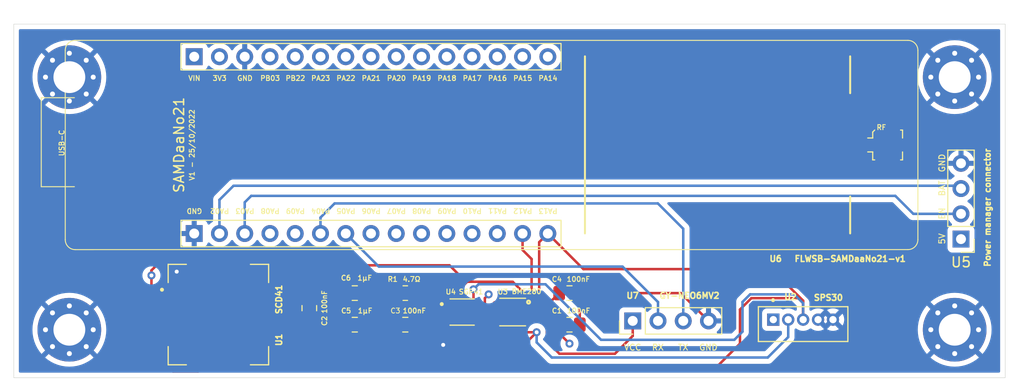
<source format=kicad_pcb>
(kicad_pcb (version 20211014) (generator pcbnew)
  (layers (0 "F.Cu" signal) (1 "In1.Cu" power "5V.Cu") (2 "In2.Cu" power "3V3.Cu") (31 "B.Cu" signal) (34 "B.Paste" user) (35 "F.Paste" user) (36 "B.SilkS" user "B.Silkscreen") (37 "F.SilkS" user "F.Silkscreen") (38 "B.Mask" user) (39 "F.Mask" user) (44 "Edge.Cuts" user))
  (net 0 "")
  (net 1 "+5V")
  (net 2 "GND")
  (net 3 "+3V3")
  (net 4 "SDA")
  (net 5 "SCL")
  (net 6 "BAT")
  (net 7 "EN")
  (net 10 "S0RX")
  (net 11 "S0TX")
  (net 44 "Net-(U4-Pad1)")
  (footprint "Resistor_SMD:R_0805_2012Metric_Pad1.20x1.40mm_HandSolder" (layer "F.Cu") (at 148.59 99.441)
    (fp_text reference "R1" (at -1.27 -1.397) (layer "F.SilkS") (effects (font (size 0.5 0.5) (thickness 0.1))))
    (fp_text value "4.7Ω" (at 0.635 -1.397) (layer "F.SilkS") (effects (font (size 0.5 0.5) (thickness 0.1))))
    (fp_line (start -0.227064 0.735) (end 0.227064 0.735) (layer "F.SilkS") (width 0.12))
    (fp_line (start -0.227064 -0.735) (end 0.227064 -0.735) (layer "F.SilkS") (width 0.12))
    (pad "1" smd roundrect (at -1 0) (size 1.2 1.4) (layers "F.Cu" "F.Paste" "F.Mask") (roundrect_rratio 0.2083333333) (net 3 "+3V3"))
    (pad "2" smd roundrect (at 1 0) (size 1.2 1.4) (layers "F.Cu" "F.Paste" "F.Mask") (roundrect_rratio 0.2083333333) (net 44 "Net-(U4-Pad1)"))
  )
  (footprint "Connector_PinHeader_2.54mm:PinHeader_1x04_P2.54mm_Vertical" (layer "F.Cu") (at 171.46 102.235 90)
    (fp_text reference "U7" (at 2.54 -0.01) (layer "F.SilkS") (effects (font (size 0.6 0.6))))
    (fp_text value "GY-NEO6MV2" (at 2.54 5.705) (layer "F.SilkS") (effects (font (size 0.6 0.6))))
    (fp_line (start -1.33 8.95) (end 1.33 8.95) (layer "F.SilkS") (width 0.12))
    (fp_line (start -1.33 0) (end -1.33 -1.33) (layer "F.SilkS") (width 0.12))
    (fp_line (start -1.33 -1.33) (end 0 -1.33) (layer "F.SilkS") (width 0.12))
    (fp_line (start -1.33 1.27) (end 1.33 1.27) (layer "F.SilkS") (width 0.12))
    (fp_line (start 1.33 1.27) (end 1.33 8.95) (layer "F.SilkS") (width 0.12))
    (fp_line (start -1.33 1.27) (end -1.33 8.95) (layer "F.SilkS") (width 0.12))
    (pad "1" thru_hole rect (at 0 0 90) (size 1.7 1.7) (drill 1) (layers *.Cu *.Mask) (net 3 "+3V3"))
    (pad "2" thru_hole oval (at 0 2.54 90) (size 1.7 1.7) (drill 1) (layers *.Cu *.Mask) (net 11 "S0TX"))
    (pad "3" thru_hole oval (at 0 5.08 90) (size 1.7 1.7) (drill 1) (layers *.Cu *.Mask) (net 10 "S0RX"))
    (pad "4" thru_hole oval (at 0 7.62 90) (size 1.7 1.7) (drill 1) (layers *.Cu *.Mask) (net 2 "GND"))
  )
  (footprint "Library:SCD41" (layer "F.Cu") (at 129.794 101.6)
    (fp_text reference "U1" (at 6.096 2.54 90) (layer "F.SilkS") (effects (font (size 0.6 0.6))))
    (fp_text value "SCD41" (at 6.096 -1.524 90) (layer "F.SilkS") (effects (font (size 0.6 0.6))))
    (fp_line (start 5.05 5.05) (end 5.05 3.22) (layer "F.SilkS") (width 0.127))
    (fp_line (start 3.22 -5.05) (end 5.05 -5.05) (layer "F.SilkS") (width 0.127))
    (fp_line (start -3.22 5.05) (end -5.05 5.05) (layer "F.SilkS") (width 0.127))
    (fp_line (start 5.05 -5.05) (end 5.05 -3.22) (layer "F.SilkS") (width 0.127))
    (fp_line (start -5.05 -5.05) (end -3.22 -5.05) (layer "F.SilkS") (width 0.127))
    (fp_line (start -5.05 -5.05) (end -5.05 -3.22) (layer "F.SilkS") (width 0.127))
    (fp_line (start 5.05 5.05) (end 3.22 5.05) (layer "F.SilkS") (width 0.127))
    (fp_line (start -5.05 5.05) (end -5.05 3.22) (layer "F.SilkS") (width 0.127))
    (fp_circle (center -5.673 -2.5) (end -5.573 -2.5) (layer "F.SilkS") (width 0.2) (fill none))
    (pad "1" smd custom (at -4 -2.5) (size 0.5 0.5) (layers "F.Cu") (options (clearance outline) (anchor rect)) (primitives (gr_poly (pts (xy 0.75 0.4) (xy -0.75 0.4) (xy -0.75 -0.4) (xy 0.5 -0.4) (xy 0.75 -0.15)) (width 0.01) (fill yes))))
    (pad "2" smd rect (at -4 -1.25) (size 1.5 0.8) (layers "F.Cu"))
    (pad "3" smd rect (at -4 0) (size 1.5 0.8) (layers "F.Cu"))
    (pad "4" smd rect (at -4 1.25) (size 1.5 0.8) (layers "F.Cu"))
    (pad "5" smd rect (at -4 2.5) (size 1.5 0.8) (layers "F.Cu"))
    (pad "6" smd rect (at -2.5 4) (size 0.8 1.5) (layers "F.Cu") (net 2 "GND"))
    (pad "7" smd rect (at -1.25 4) (size 0.8 1.5) (layers "F.Cu") (net 3 "+3V3"))
    (pad "8" smd rect (at 0 4) (size 0.8 1.5) (layers "F.Cu"))
    (pad "9" smd rect (at 1.25 4) (size 0.8 1.5) (layers "F.Cu") (net 5 "SCL"))
    (pad "10" smd rect (at 2.5 4) (size 0.8 1.5) (layers "F.Cu") (net 4 "SDA"))
    (pad "11" smd rect (at 4 2.5) (size 1.5 0.8) (layers "F.Cu"))
    (pad "12" smd rect (at 4 1.25) (size 1.5 0.8) (layers "F.Cu"))
    (pad "13" smd rect (at 4 0) (size 1.5 0.8) (layers "F.Cu"))
    (pad "14" smd rect (at 4 -1.25) (size 1.5 0.8) (layers "F.Cu"))
    (pad "15" smd rect (at 4 -2.5) (size 1.5 0.8) (layers "F.Cu"))
    (pad "16" smd rect (at 2.5 -4) (size 0.8 1.5) (layers "F.Cu"))
    (pad "17" smd rect (at 1.25 -4) (size 0.8 1.5) (layers "F.Cu"))
    (pad "18" smd rect (at 0 -4) (size 0.8 1.5) (layers "F.Cu"))
    (pad "19" smd rect (at -1.25 -4) (size 0.8 1.5) (layers "F.Cu") (net 3 "+3V3"))
    (pad "20" smd rect (at -2.5 -4) (size 0.8 1.5) (layers "F.Cu") (net 2 "GND"))
    (pad "21" smd rect (at 0 0) (size 4.8 4.8) (layers "F.Cu") (net 2 "GND"))
  )
  (footprint "MountingHole:MountingHole_3.2mm_M3_Pad_Via" (layer "F.Cu") (at 114.808 77.724)
    (fp_text reference "H2")
    (fp_text value "MountingHole_Pad")
    (pad "1" thru_hole circle (at -2.4 0) (size 0.8 0.8) (drill 0.5) (layers *.Cu *.Mask) (net 2 "GND"))
    (pad "1" thru_hole circle (at 0 -2.4) (size 0.8 0.8) (drill 0.5) (layers *.Cu *.Mask) (net 2 "GND"))
    (pad "1" thru_hole circle (at -1.697056 -1.697056) (size 0.8 0.8) (drill 0.5) (layers *.Cu *.Mask) (net 2 "GND"))
    (pad "1" thru_hole circle (at 2.4 0) (size 0.8 0.8) (drill 0.5) (layers *.Cu *.Mask) (net 2 "GND"))
    (pad "1" thru_hole circle (at 1.697056 -1.697056) (size 0.8 0.8) (drill 0.5) (layers *.Cu *.Mask) (net 2 "GND"))
    (pad "1" thru_hole circle (at -1.697056 1.697056) (size 0.8 0.8) (drill 0.5) (layers *.Cu *.Mask) (net 2 "GND"))
    (pad "1" thru_hole circle (at 1.697056 1.697056) (size 0.8 0.8) (drill 0.5) (layers *.Cu *.Mask) (net 2 "GND"))
    (pad "1" thru_hole circle (at 0 2.4) (size 0.8 0.8) (drill 0.5) (layers *.Cu *.Mask) (net 2 "GND"))
    (pad "1" thru_hole circle (at 0 0) (size 6.4 6.4) (drill 3.2) (layers *.Cu *.Mask) (net 2 "GND"))
  )
  (footprint "Capacitor_SMD:C_0805_2012Metric_Pad1.18x1.45mm_HandSolder" (layer "F.Cu") (at 143.51 99.441)
    (fp_text reference "C6" (at -0.889 -1.524) (layer "F.SilkS") (effects (font (size 0.5 0.5) (thickness 0.1))))
    (fp_text value "1µF" (at 1 -1.524) (layer "F.SilkS") (effects (font (size 0.5 0.5) (thickness 0.1))))
    (fp_line (start -0.261252 -0.735) (end 0.261252 -0.735) (layer "F.SilkS") (width 0.12))
    (fp_line (start -0.261252 0.735) (end 0.261252 0.735) (layer "F.SilkS") (width 0.12))
    (pad "1" smd roundrect (at -1.0375 0) (size 1.175 1.45) (layers "F.Cu" "F.Paste" "F.Mask") (roundrect_rratio 0.2127659574) (net 44 "Net-(U4-Pad1)"))
    (pad "2" smd roundrect (at 1.0375 0) (size 1.175 1.45) (layers "F.Cu" "F.Paste" "F.Mask") (roundrect_rratio 0.2127659574) (net 2 "GND"))
  )
  (footprint "Capacitor_SMD:C_0805_2012Metric_Pad1.18x1.45mm_HandSolder" (layer "F.Cu") (at 143.51 102.616)
    (fp_text reference "C5" (at -0.8675 -1.397) (layer "F.SilkS") (effects (font (size 0.5 0.5) (thickness 0.1))))
    (fp_text value "1µF" (at 1.0375 -1.397) (layer "F.SilkS") (effects (font (size 0.5 0.5) (thickness 0.1))))
    (fp_line (start -0.261252 0.735) (end 0.261252 0.735) (layer "F.SilkS") (width 0.12))
    (fp_line (start -0.261252 -0.735) (end 0.261252 -0.735) (layer "F.SilkS") (width 0.12))
    (pad "1" smd roundrect (at -1.0375 0) (size 1.175 1.45) (layers "F.Cu" "F.Paste" "F.Mask") (roundrect_rratio 0.2127659574) (net 3 "+3V3"))
    (pad "2" smd roundrect (at 1.0375 0) (size 1.175 1.45) (layers "F.Cu" "F.Paste" "F.Mask") (roundrect_rratio 0.2127659574) (net 2 "GND"))
  )
  (footprint "Library:SGP41" (layer "F.Cu") (at 154.305 101.346)
    (fp_text reference "U4" (at -1.143 -2.032) (layer "F.SilkS") (effects (font (size 0.5 0.5) (thickness 0.1))))
    (fp_text value "SGP41" (at 0.889 -2.032) (layer "F.SilkS") (effects (font (size 0.5 0.5) (thickness 0.1))))
    (fp_line (start -1.22 -1.32) (end 1.22 -1.32) (layer "F.SilkS") (width 0.127))
    (fp_line (start 1.22 1.32) (end -1.22 1.32) (layer "F.SilkS") (width 0.127))
    (fp_circle (center -2.05 -0.8) (end -1.95 -0.8) (layer "F.SilkS") (width 0.2) (fill none))
    (pad "1" smd rect (at -1.15 -0.8) (size 0.55 0.4) (layers "F.Cu" "F.Paste" "F.Mask") (net 44 "Net-(U4-Pad1)"))
    (pad "2" smd rect (at -1.15 0) (size 0.55 0.4) (layers "F.Cu" "F.Paste" "F.Mask") (net 2 "GND"))
    (pad "3" smd rect (at -1.15 0.8) (size 0.55 0.4) (layers "F.Cu" "F.Paste" "F.Mask") (net 4 "SDA"))
    (pad "4" smd rect (at 1.15 0.8) (size 0.55 0.4) (layers "F.Cu" "F.Paste" "F.Mask") (net 2 "GND"))
    (pad "5" smd rect (at 1.15 0) (size 0.55 0.4) (layers "F.Cu" "F.Paste" "F.Mask") (net 3 "+3V3"))
    (pad "6" smd rect (at 1.15 -0.8) (size 0.55 0.4) (layers "F.Cu" "F.Paste" "F.Mask") (net 5 "SCL"))
    (pad "7" smd custom (at 0 0) (size 0.5 0.5) (layers "F.Cu") (net 2 "GND") (options (clearance outline) (anchor rect)) (primitives (gr_poly (pts (xy -0.325 -0.85) (xy 0.625 -0.85) (xy 0.625 0.85) (xy -0.625 0.85) (xy -0.625 -0.55)) (width 0.01) (fill yes))))
  )
  (footprint "MountingHole:MountingHole_3.2mm_M3_Pad_Via" (layer "F.Cu") (at 203.835 103.124)
    (fp_text reference "H4")
    (fp_text value "MountingHole_Pad")
    (pad "1" thru_hole circle (at 2.4 0) (size 0.8 0.8) (drill 0.5) (layers *.Cu *.Mask) (net 2 "GND"))
    (pad "1" thru_hole circle (at -1.697056 -1.697056) (size 0.8 0.8) (drill 0.5) (layers *.Cu *.Mask) (net 2 "GND"))
    (pad "1" thru_hole circle (at -1.697056 1.697056) (size 0.8 0.8) (drill 0.5) (layers *.Cu *.Mask) (net 2 "GND"))
    (pad "1" thru_hole circle (at 0 -2.4) (size 0.8 0.8) (drill 0.5) (layers *.Cu *.Mask) (net 2 "GND"))
    (pad "1" thru_hole circle (at 0 0) (size 6.4 6.4) (drill 3.2) (layers *.Cu *.Mask) (net 2 "GND"))
    (pad "1" thru_hole circle (at 1.697056 -1.697056) (size 0.8 0.8) (drill 0.5) (layers *.Cu *.Mask) (net 2 "GND"))
    (pad "1" thru_hole circle (at -2.4 0) (size 0.8 0.8) (drill 0.5) (layers *.Cu *.Mask) (net 2 "GND"))
    (pad "1" thru_hole circle (at 0 2.4) (size 0.8 0.8) (drill 0.5) (layers *.Cu *.Mask) (net 2 "GND"))
    (pad "1" thru_hole circle (at 1.697056 1.697056) (size 0.8 0.8) (drill 0.5) (layers *.Cu *.Mask) (net 2 "GND"))
  )
  (footprint "Connector_PinHeader_2.54mm:PinHeader_1x04_P2.54mm_Vertical" (layer "F.Cu") (at 204.47 94.01 180)
    (fp_text reference "U5" (at 0 -2.33) (layer "F.SilkS"))
    (fp_text value "Power manager connector" (at -2.667 3.165 90) (layer "F.SilkS") (effects (font (size 0.6 0.6))))
    (fp_line (start -1.33 0) (end -1.33 -1.33) (layer "F.SilkS") (width 0.12))
    (fp_line (start -1.33 -1.33) (end 0 -1.33) (layer "F.SilkS") (width 0.12))
    (fp_line (start -1.33 1.27) (end 1.33 1.27) (layer "F.SilkS") (width 0.12))
    (fp_line (start 1.33 1.27) (end 1.33 8.95) (layer "F.SilkS") (width 0.12))
    (fp_line (start -1.33 1.27) (end -1.33 8.95) (layer "F.SilkS") (width 0.12))
    (fp_line (start -1.33 8.95) (end 1.33 8.95) (layer "F.SilkS") (width 0.12))
    (pad "1" thru_hole rect (at 0 0 180) (size 1.7 1.7) (drill 1) (layers *.Cu *.Mask) (net 1 "+5V"))
    (pad "2" thru_hole oval (at 0 2.54 180) (size 1.7 1.7) (drill 1) (layers *.Cu *.Mask) (net 7 "EN"))
    (pad "3" thru_hole oval (at 0 5.08 180) (size 1.7 1.7) (drill 1) (layers *.Cu *.Mask) (net 6 "BAT"))
    (pad "4" thru_hole oval (at 0 7.62 180) (size 1.7 1.7) (drill 1) (layers *.Cu *.Mask) (net 2 "GND"))
  )
  (footprint "FLWSB:FLWSB-SAMDaaNo21-v1" (layer "F.Cu") (at 157.224428 70.2165)
    (fp_text reference "U6" (at 28.607107 25.772893 unlocked) (layer "F.SilkS") (effects (font (size 0.6 0.6))))
    (fp_text value "FLWSB-SAMDaaNo21-v1" (at 36.100107 25.772893 unlocked) (layer "F.SilkS") (effects (font (size 0.6 0.6))))
    (fp_text user "PA17" (at -1.905 7.62 unlocked) (layer "F.SilkS") (effects (font (size 0.5 0.5) (thickness 0.1))))
    (fp_text user "USB-C" (at -43.18 14.129 90 unlocked) (layer "F.SilkS") (effects (font (size 0.5 0.5) (thickness 0.1))))
    (fp_text user "RF" (at 39.235986 12.562763 unlocked) (layer "F.SilkS") (effects (font (size 0.5 0.5) (thickness 0.1))))
    (fp_text user "PA14" (at 5.715 7.62 unlocked) (layer "F.SilkS") (effects (font (size 0.5 0.5) (thickness 0.1))))
    (fp_text user "PA04" (at -17.145 20.955 180 unlocked) (layer "F.SilkS") (effects (font (size 0.5 0.5) (thickness 0.1))))
    (fp_text user "GND" (at -29.845 20.955 180 unlocked) (layer "F.SilkS") (effects (font (size 0.5 0.5) (thickness 0.1))))
    (fp_text user "PA02" (at -27.305 20.955 180 unlocked) (layer "F.SilkS") (effects (font (size 0.5 0.5) (thickness 0.1))))
    (fp_text user "PB03" (at -22.225 7.62 unlocked) (layer "F.SilkS") (effects (font (size 0.5 0.5) (thickness 0.1))))
    (fp_text user "PA09" (at -4.445 20.955 180 unlocked) (layer "F.SilkS") (effects (font (size 0.5 0.5) (thickness 0.1))))
    (fp_text user "PA16" (at 0.635 7.62 unlocked) (layer "F.SilkS") (effects (font (size 0.5 0.5) (thickness 0.1))))
    (fp_text user "PA06" (at -12.065 20.955 180 unlocked) (layer "F.SilkS") (effects (font (size 0.5 0.5) (thickness 0.1))))
    (fp_text user "PA15" (at 3.175 7.62 unlocked) (layer "F.SilkS") (effects (font (size 0.5 0.5) (thickness 0.1))))
    (fp_text user "V1 - 25/10/2022" (at -30.082893 14.327893 90) (layer "F.SilkS") (effects (font (size 0.5 0.5) (thickness 0.1))))
    (fp_text user "3V3" (at -27.305 7.62 unlocked) (layer "F.SilkS") (effects (font (size 0.5 0.5) (thickness 0.1))))
    (fp_text user "PA07" (at -9.525 20.955 180 unlocked) (layer "F.SilkS") (effects (font (size 0.5 0.5) (thickness 0.1))))
    (fp_text user "VIN" (at -29.845 7.62 unlocked) (layer "F.SilkS") (effects (font (size 0.5 0.5) (thickness 0.1))))
    (fp_text user "PA12" (at 3.175 20.955 180 unlocked) (layer "F.SilkS") (effects (font (size 0.5 0.5) (thickness 0.1))))
    (fp_text user "PA08" (at -22.225 20.955 180 unlocked) (layer "F.SilkS") (effects (font (size 0.5 0.5) (thickness 0.1))))
    (fp_text user "PA05" (at -14.605 20.955 180 unlocked) (layer "F.SilkS") (effects (font (size 0.5 0.5) (thickness 0.1))))
    (fp_text user "PA18" (at -4.445 7.62 unlocked) (layer "F.SilkS") (effects (font (size 0.5 0.5) (thickness 0.1))))
    (fp_text user "PA11" (at 0.635 20.955 180 unlocked) (layer "F.SilkS") (effects (font (size 0.5 0.5) (thickness 0.1))))
    (fp_text user "PA20" (at -9.525 7.62 unlocked) (layer "F.SilkS") (effects (font (size 0.5 0.5) (thickness 0.1))))
    (fp_text user "PA19" (at -6.985 7.62 unlocked) (layer "F.SilkS") (effects (font (size 0.5 0.5) (thickness 0.1))))
    (fp_text user "PA13" (at 5.715 20.955 180 unlocked) (layer "F.SilkS") (effects (font (size 0.5 0.5) (thickness 0.1))))
    (fp_text user "PB22" (at -19.685 7.62 unlocked) (layer "F.SilkS") (effects (font (size 0.5 0.5) (thickness 0.1))))
    (fp_text user "PA10" (at -1.905 20.955 180 unlocked) (layer "F.SilkS") (effects (font (size 0.5 0.5) (thickness 0.1))))
    (fp_text user "PA21" (at -12.065 7.62 unlocked) (layer "F.SilkS") (effects (font (size 0.5 0.5) (thickness 0.1))))
    (fp_text user "PA03" (at -24.765 20.955 180 unlocked) (layer "F.SilkS") (effects (font (size 0.5 0.5) (thickness 0.1))))
    (fp_text user "SAMDaaNo21" (at -31.386893 14.327893 90) (layer "F.SilkS"))
    (fp_text user "GND" (at -24.765 7.62 unlocked) (layer "F.SilkS") (effects (font (size 0.5 0.5) (thickness 0.1))))
    (fp_text user "PA09" (at -19.685 20.955 180 unlocked) (layer "F.SilkS") (effects (font (size 0.5 0.5) (thickness 0.1))))
    (fp_text user "PA23" (at -17.145 7.62 unlocked) (layer "F.SilkS") (effects (font (size 0.5 0.5) (thickness 0.1))))
    (fp_text user "PA08" (at -6.985 20.955 180 unlocked) (layer "F.SilkS") (effects (font (size 0.5 0.5) (thickness 0.1))))
    (fp_text user "PA22" (at -14.605 7.62 unlocked) (layer "F.SilkS") (effects (font (size 0.5 0.5) (thickness 0.1))))
    (fp_line (start 38.366418 13.627893) (end 37.866418 13.627893) (layer "F.SilkS") (width 0.12))
    (fp_line (start -31.192893 6.782893) (end -31.192893 5.452893) (layer "F.SilkS") (width 0.12))
    (fp_line (start 41.909685 24.848929) (end -41.827803 24.8512) (layer "F.SilkS") (width 0.1))
    (fp_line (start 38.366418 15.027893) (end 37.866418 15.027893) (layer "F.SilkS") (width 0.12))
    (fp_line (start 42.91 4.81) (end 42.909685 23.848929) (layer "F.SilkS") (width 0.1))
    (fp_line (start -42.827803 23.8512) (end -42.828806 4.81) (layer "F.SilkS") (width 0.1))
    (fp_line (start 41.366418 15.827893) (end 41.166418 15.827893) (layer "F.SilkS") (width 0.12))
    (fp_line (start 9.430107 5.417893) (end 9.430107 23.217893) (layer "F.SilkS") (width 0.2))
    (fp_line (start 36.100107 5.417893) (end 36.100107 9.117893) (layer "F.SilkS") (width 0.2))
    (fp_line (start 38.566418 15.827893) (end 38.366418 15.827893) (layer "F.SilkS") (width 0.12))
    (fp_line (start 38.366418 15.827893) (end 38.366418 15.027893) (layer "F.SilkS") (width 0.12))
    (fp_line (start -31.192893 24.562893) (end -31.192893 23.232893) (layer "F.SilkS") (width 0.12))
    (fp_line (start 41.366418 12.827893) (end 41.366418 13.627893) (layer "F.SilkS") (width 0.12))
    (fp_line (start -41.91 18.523893) (end -45.241975 18.523893) (layer "F.SilkS") (width 0.1))
    (fp_line (start 41.166418 12.827893) (end 41.366418 12.827893) (layer "F.SilkS") (width 0.12))
    (fp_line (start 41.366418 15.027893) (end 41.366418 15.827893) (layer "F.SilkS") (width 0.12))
    (fp_line (start -45.241975 9.573893) (end -41.91 9.573893) (layer "F.SilkS") (width 0.1))
    (fp_line (start 38.366418 13.627893) (end 38.366418 13.027893) (layer "F.SilkS") (width 0.12))
    (fp_line (start -41.828806 3.81) (end 41.91 3.81) (layer "F.SilkS") (width 0.1))
    (fp_line (start 36.100107 19.517893) (end 36.100107 23.217893) (layer "F.SilkS") (width 0.2))
    (fp_line (start -45.241975 18.523893) (end -45.241975 9.573893) (layer "F.SilkS") (width 0.1))
    (fp_line (start 38.366418 13.027893) (end 38.566418 12.827893) (layer "F.SilkS") (width 0.12))
    (fp_rect (start -31.192893 21.902893) (end 7.027107 24.562893) (layer "F.SilkS") (width 0.12) (fill none))
    (fp_rect (start -31.192893 4.122893) (end 7.027107 6.782893) (layer "F.SilkS") (width 0.12) (fill none))
    (fp_arc (start -42.828806 4.81) (mid -42.535913 4.102893) (end -41.828806 3.81) (layer "F.SilkS") (width 0.1))
    (fp_arc (start 41.91 3.81) (mid 42.617107 4.102893) (end 42.91 4.81) (layer "F.SilkS") (width 0.1))
    (fp_arc (start -41.827803 24.8512) (mid -42.53491 24.558307) (end -42.827803 23.8512) (layer "F.SilkS") (width 0.1))
    (fp_arc (start 42.909685 23.848929) (mid 42.616781 24.556012) (end 41.909685 24.848929) (layer "F.SilkS") (width 0.1))
    (pad "1" thru_hole rect (at -29.862893 23.232893 90) (size 1.7 1.7) (drill 1) (layers *.Cu *.Mask) (net 2 "GND"))
    (pad "2" thru_hole oval (at -27.322893 23.232893 90) (size 1.7 1.7) (drill 1) (layers *.Cu *.Mask) (net 6 "BAT"))
    (pad "3" thru_hole oval (at -24.782893 23.232893 90) (size 1.7 1.7) (drill 1) (layers *.Cu *.Mask) (net 7 "EN"))
    (pad "4" thru_hole oval (at -22.242893 23.232893 90) (size 1.7 1.7) (drill 1) (layers *.Cu *.Mask))
    (pad "5" thru_hole oval (at -19.702893 23.232893 90) (size 1.7 1.7) (drill 1) (layers *.Cu *.Mask))
    (pad "6" thru_hole oval (at -17.162893 23.232893 90) (size 1.7 1.7) (drill 1) (layers *.Cu *.Mask) (net 10 "S0RX"))
    (pad "7" thru_hole oval (at -14.622893 23.232893 90) (size 1.7 1.7) (drill 1) (layers *.Cu *.Mask) (net 11 "S0TX"))
    (pad "8" thru_hole oval (at -12.082893 23.232893 90) (size 1.7 1.7) (drill 1) (layers *.Cu *.Mask))
    (pad "9" thru_hole oval (at -9.542893 23.232893 90) (size 1.7 1.7) (drill 1) (layers *.Cu *.Mask))
    (pad "10" thru_hole oval (at -7.002893 23.232893 90) (size 1.7 1.7) (drill 1) (layers *.Cu *.Mask))
    (pad "11" thru_hole oval (at -4.462893 23.232893 90) (size 1.7 1.7) (drill 1) (layers *.Cu *.Mask))
    (pad "12" thru_hole oval (at -1.922893 23.232893 90) (size 1.7 1.7) (drill 1) (layers *.Cu *.Mask))
    (pad "13" thru_hole oval (at 0.617107 23.232893 90) (size 1.7 1.7) (drill 1) (layers *.Cu *.Mask))
    (pad "14" thru_hole oval (at 3.157107 23.232893 90) (size 1.7 1.7) (drill 1) (layers *.Cu *.Mask) (net 4 "SDA"))
    (pad "15" thru_hole oval (at 5.697107 23.232893 90) (size 1.7 1.7) (drill 1) (layers *.Cu *.Mask) (net 5 "SCL"))
    (pad "16" thru_hole oval (at 5.697107 5.452893 90) (size 1.7 1.7) (drill 1) (layers *.Cu *.Mask))
    (pad "17" thru_hole oval (at 3.157107 5.452893 90) (size 1.7 1.7) (drill 1) (layers *.Cu *.Mask))
    (pad "18" thru_hole oval (at 0.617107 5.452893 90) (size 1.7 1.7) (drill 1) (layers *.Cu *.Mask))
    (pad "19" thru_hole oval (at -1.922893 5.452893 90) (size 1.7 1.7) (drill 1) (layers *.Cu *.Mask))
    (pad "20" thru_hole oval (at -4.462893 5.452893 90) (size 1.7 1.7) (drill 1) (layers *.Cu *.Mask))
    (pad "21" thru_hole oval (at -7.002893 5.452893 90) (size 1.7 1.7) (drill 1) (layers *.Cu *.Mask))
    (pad "22" thru_hole oval (at -9.542893 5.452893 90) (size 1.7 1.7) (drill 1) (layers *.Cu *.Mask))
    (pad "23" thru_hole oval (at -12.082893 5.452893 90) (size 1.7 1.7) (drill 1) (layers *.Cu *.Mask))
    (pad "24" thru_hole oval (at -14.622893 5.452893 90) (size 1.7 1.7) (drill 1) (layers *.Cu *.Mask))
    (pad "25" thru_hole oval (at -17.162893 5.452893 90) (size 1.7 1.7) (drill 1) (layers *.Cu *.Mask))
    (pad "26" thru_hole oval (at -19.702893 5.452893 90) (size 1.7 1.7) (drill 1) (layers *.Cu *.Mask))
    (pad "27" thru_hole oval (at -22.242893 5.452893 90) (size 1.7 1.7) (drill 1) (layers *.Cu *.Mask))
    (pad "28" thru_hole oval (at -24.782893 5.452893 90) (size 1.7 1.7) (drill 1) (layers *.Cu *.Mask) (net 2 "GND"))
    (pad "29" thru_hole oval (at -27.322893 5.452893 90) (size 1.7 1.7) (drill 1) (layers *.Cu *.Mask) (net 3 "+3V3"))
    (pad "30" thru_hole rect (at -29.862893 5.452893 90) (size 1.7 1.7) (drill 1) (layers *.Cu *.Mask) (net 1 "+5V"))
  )
  (footprint "MountingHole:MountingHole_3.2mm_M3_Pad_Via" (layer "F.Cu") (at 203.835 77.724)
    (fp_text reference "H1")
    (fp_text value "MountingHole_Pad")
    (pad "1" thru_hole circle (at 1.697056 1.697056) (size 0.8 0.8) (drill 0.5) (layers *.Cu *.Mask) (net 2 "GND"))
    (pad "1" thru_hole circle (at 0 2.4) (size 0.8 0.8) (drill 0.5) (layers *.Cu *.Mask) (net 2 "GND"))
    (pad "1" thru_hole circle (at 1.697056 -1.697056) (size 0.8 0.8) (drill 0.5) (layers *.Cu *.Mask) (net 2 "GND"))
    (pad "1" thru_hole circle (at 0 0) (size 6.4 6.4) (drill 3.2) (layers *.Cu *.Mask) (net 2 "GND"))
    (pad "1" thru_hole circle (at 0 -2.4) (size 0.8 0.8) (drill 0.5) (layers *.Cu *.Mask) (net 2 "GND"))
    (pad "1" thru_hole circle (at 2.4 0) (size 0.8 0.8) (drill 0.5) (layers *.Cu *.Mask) (net 2 "GND"))
    (pad "1" thru_hole circle (at -1.697056 1.697056) (size 0.8 0.8) (drill 0.5) (layers *.Cu *.Mask) (net 2 "GND"))
    (pad "1" thru_hole circle (at -2.4 0) (size 0.8 0.8) (drill 0.5) (layers *.Cu *.Mask) (net 2 "GND"))
    (pad "1" thru_hole circle (at -1.697056 -1.697056) (size 0.8 0.8) (drill 0.5) (layers *.Cu *.Mask) (net 2 "GND"))
  )
  (footprint "MountingHole:MountingHole_3.2mm_M3_Pad_Via" (layer "F.Cu") (at 114.808 103.124)
    (fp_text reference "H3")
    (fp_text value "MountingHole_Pad")
    (pad "1" thru_hole circle (at 0 -2.4) (size 0.8 0.8) (drill 0.5) (layers *.Cu *.Mask) (net 2 "GND"))
    (pad "1" thru_hole circle (at 0 2.4) (size 0.8 0.8) (drill 0.5) (layers *.Cu *.Mask) (net 2 "GND"))
    (pad "1" thru_hole circle (at -2.4 0) (size 0.8 0.8) (drill 0.5) (layers *.Cu *.Mask) (net 2 "GND"))
    (pad "1" thru_hole circle (at 0 0) (size 6.4 6.4) (drill 3.2) (layers *.Cu *.Mask) (net 2 "GND"))
    (pad "1" thru_hole circle (at 1.697056 1.697056) (size 0.8 0.8) (drill 0.5) (layers *.Cu *.Mask) (net 2 "GND"))
    (pad "1" thru_hole circle (at -1.697056 1.697056) (size 0.8 0.8) (drill 0.5) (layers *.Cu *.Mask) (net 2 "GND"))
    (pad "1" thru_hole circle (at 1.697056 -1.697056) (size 0.8 0.8) (drill 0.5) (layers *.Cu *.Mask) (net 2 "GND"))
    (pad "1" thru_hole circle (at -1.697056 -1.697056) (size 0.8 0.8) (drill 0.5) (layers *.Cu *.Mask) (net 2 "GND"))
    (pad "1" thru_hole circle (at 2.4 0) (size 0.8 0.8) (drill 0.5) (layers *.Cu *.Mask) (net 2 "GND"))
  )
  (footprint "Library:BME280" (layer "F.Cu") (at 159.385 101.346)
    (fp_text reference "U3" (at -0.9945 -2.032) (layer "F.SilkS") (effects (font (size 0.5 0.5) (thickness 0.1))))
    (fp_text value "BME280" (at 1.397 -2.070237) (layer "F.SilkS") (effects (font (size 0.5 0.5) (thickness 0.1))))
    (fp_line (start -1.3 -1.385) (end 1.3 -1.385) (layer "F.SilkS") (width 0.127))
    (fp_line (start -1.3 1.385) (end 1.3 1.385) (layer "F.SilkS") (width 0.127))
    (fp_circle (center 1.6 -1) (end 1.65 -1) (layer "F.SilkS") (width 0.2) (fill none))
    (pad "1" smd roundrect (at 0.97 -0.975) (size 0.49 0.45) (layers "F.Cu" "F.Paste" "F.Mask") (roundrect_rratio 0.06) (net 2 "GND"))
    (pad "2" smd roundrect (at 0.97 -0.325) (size 0.49 0.45) (layers "F.Cu" "F.Paste" "F.Mask") (roundrect_rratio 0.06) (net 3 "+3V3"))
    (pad "3" smd roundrect (at 0.97 0.325) (size 0.49 0.45) (layers "F.Cu" "F.Paste" "F.Mask") (roundrect_rratio 0.06) (net 4 "SDA"))
    (pad "4" smd roundrect (at 0.97 0.975) (size 0.49 0.45) (layers "F.Cu" "F.Paste" "F.Mask") (roundrect_rratio 0.06) (net 5 "SCL"))
    (pad "5" smd roundrect (at -0.97 0.975) (size 0.49 0.45) (layers "F.Cu" "F.Paste" "F.Mask") (roundrect_rratio 0.06) (net 2 "GND"))
    (pad "6" smd roundrect (at -0.97 0.325) (size 0.49 0.45) (layers "F.Cu" "F.Paste" "F.Mask") (roundrect_rratio 0.06) (net 3 "+3V3"))
    (pad "7" smd roundrect (at -0.97 -0.325) (size 0.49 0.45) (layers "F.Cu" "F.Paste" "F.Mask") (roundrect_rratio 0.06) (net 2 "GND"))
    (pad "8" smd roundrect (at -0.97 -0.975) (size 0.49 0.45) (layers "F.Cu" "F.Paste" "F.Mask") (roundrect_rratio 0.06) (net 3 "+3V3"))
  )
  (footprint "Capacitor_SMD:C_0805_2012Metric_Pad1.18x1.45mm_HandSolder" (layer "F.Cu") (at 165.1 99.441 180)
    (fp_text reference "C4" (at 1.27 1.397) (layer "F.SilkS") (effects (font (size 0.5 0.5) (thickness 0.1))))
    (fp_text value "100nF" (at -0.889 1.397) (layer "F.SilkS") (effects (font (size 0.5 0.5) (thickness 0.1))))
    (fp_line (start -0.261252 -0.735) (end 0.261252 -0.735) (layer "F.SilkS") (width 0.12))
    (fp_line (start -0.261252 0.735) (end 0.261252 0.735) (layer "F.SilkS") (width 0.12))
    (pad "1" smd roundrect (at -1.0375 0 180) (size 1.175 1.45) (layers "F.Cu" "F.Paste" "F.Mask") (roundrect_rratio 0.2127659574) (net 2 "GND"))
    (pad "2" smd roundrect (at 1.0375 0 180) (size 1.175 1.45) (layers "F.Cu" "F.Paste" "F.Mask") (roundrect_rratio 0.2127659574) (net 3 "+3V3"))
  )
  (footprint "Capacitor_SMD:C_0805_2012Metric_Pad1.18x1.45mm_HandSolder" (layer "F.Cu") (at 138.938 100.9535 -90)
    (fp_text reference "C2" (at 1.2815 -1.524 90) (layer "F.SilkS") (effects (font (size 0.5 0.5) (thickness 0.1))))
    (fp_text value "100nF" (at -0.6235 -1.524 90) (layer "F.SilkS") (effects (font (size 0.5 0.5) (thickness 0.1))))
    (fp_line (start -0.261252 0.735) (end 0.261252 0.735) (layer "F.SilkS") (width 0.12))
    (fp_line (start -0.261252 -0.735) (end 0.261252 -0.735) (layer "F.SilkS") (width 0.12))
    (pad "1" smd roundrect (at -1.0375 0 270) (size 1.175 1.45) (layers "F.Cu" "F.Paste" "F.Mask") (roundrect_rratio 0.2127659574) (net 3 "+3V3"))
    (pad "2" smd roundrect (at 1.0375 0 270) (size 1.175 1.45) (layers "F.Cu" "F.Paste" "F.Mask") (roundrect_rratio 0.2127659574) (net 2 "GND"))
  )
  (footprint "Library:JST_B5B-ZR(LF)(SN)" (layer "F.Cu") (at 185.595 102.108 180)
    (fp_text reference "U2" (at -1.73 2.286) (layer "F.SilkS") (effects (font (size 0.6 0.6))))
    (fp_text value "SPS30" (at -5.54 2.2065) (layer "F.SilkS") (effects (font (size 0.6 0.6))))
    (fp_line (start 1.5 1.3) (end 1.5 -2.2) (layer "F.SilkS") (width 0.127))
    (fp_line (start 1.5 -2.2) (end -7.5 -2.2) (layer "F.SilkS") (width 0.127))
    (fp_line (start 1.5 1.3) (end -7.5 1.3) (layer "F.SilkS") (width 0.127))
    (fp_line (start -7.5 -2.2) (end -7.5 1.3) (layer "F.SilkS") (width 0.127))
    (fp_circle (center 0.023 1.958) (end 0.123 1.958) (layer "F.SilkS") (width 0.2) (fill none))
    (pad "1" thru_hole rect (at 0 0 180) (size 1.238 1.238) (drill 0.73) (layers *.Cu *.Mask) (net 1 "+5V"))
    (pad "2" thru_hole circle (at -1.5 0 180) (size 1.238 1.238) (drill 0.73) (layers *.Cu *.Mask) (net 4 "SDA"))
    (pad "3" thru_hole circle (at -3 0 180) (size 1.238 1.238) (drill 0.73) (layers *.Cu *.Mask) (net 5 "SCL"))
    (pad "4" thru_hole circle (at -4.5 0 180) (size 1.238 1.238) (drill 0.73) (layers *.Cu *.Mask) (net 2 "GND"))
    (pad "5" thru_hole circle (at -6 0 180) (size 1.238 1.238) (drill 0.73) (layers *.Cu *.Mask) (net 2 "GND"))
  )
  (footprint "Capacitor_SMD:C_0805_2012Metric_Pad1.18x1.45mm_HandSolder" (layer "F.Cu") (at 148.59 102.616)
    (fp_text reference "C3")
    (fp_text value "100nF" (at 0.9105 -1.397) (layer "F.SilkS") (effects (font (size 0.5 0.5) (thickness 0.1))))
    (fp_text user "${REFERENCE}" (at -0.9945 -1.397) (layer "F.SilkS") (effects (font (size 0.5 0.5) (thickness 0.08))))
    (fp_line (start -0.261252 -0.735) (end 0.261252 -0.735) (layer "F.SilkS") (width 0.12))
    (fp_line (start -0.261252 0.735) (end 0.261252 0.735) (layer "F.SilkS") (width 0.12))
    (pad "1" smd roundrect (at -1.0375 0) (size 1.175 1.45) (layers "F.Cu" "F.Paste" "F.Mask") (roundrect_rratio 0.2127659574) (net 3 "+3V3"))
    (pad "2" smd roundrect (at 1.0375 0) (size 1.175 1.45) (layers "F.Cu" "F.Paste" "F.Mask") (roundrect_rratio 0.2127659574) (net 2 "GND"))
  )
  (footprint "Capacitor_SMD:C_0805_2012Metric_Pad1.18x1.45mm_HandSolder" (layer "F.Cu") (at 165.1 102.616)
    (fp_text reference "C1" (at -1.27 -1.397) (layer "F.SilkS") (effects (font (size 0.5 0.5) (thickness 0.1))))
    (fp_text value "100nF" (at 0.9105 -1.397) (layer "F.SilkS") (effects (font (size 0.5 0.5) (thickness 0.1))))
    (fp_line (start -0.261252 0.735) (end 0.261252 0.735) (layer "F.SilkS") (width 0.12))
    (fp_line (start -0.261252 -0.735) (end 0.261252 -0.735) (layer "F.SilkS") (width 0.12))
    (pad "1" smd roundrect (at -1.0375 0) (size 1.175 1.45) (layers "F.Cu" "F.Paste" "F.Mask") (roundrect_rratio 0.2127659574) (net 1 "+5V"))
    (pad "2" smd roundrect (at 1.0375 0) (size 1.175 1.45) (layers "F.Cu" "F.Paste" "F.Mask") (roundrect_rratio 0.2127659574) (net 2 "GND"))
  )
  (gr_rect (start 109.22 72.39) (end 208.915 107.95) (layer "Edge.Cuts") (width 0.05) (fill none))
  (gr_text "BAT" (at 202.565 88.9 90) (layer "F.SilkS") (effects (font (size 0.6 0.6) (thickness 0.1))))
  (gr_text "RX" (at 173.99 104.902) (layer "F.SilkS") (effects (font (size 0.6 0.6) (thickness 0.1))))
  (gr_text "GND" (at 179.07 104.902) (layer "F.SilkS") (effects (font (size 0.6 0.6) (thickness 0.1))))
  (gr_text "GND" (at 202.565 86.36 90) (layer "F.SilkS") (effects (font (size 0.6 0.6) (thickness 0.1))))
  (gr_text "VCC" (at 171.45 104.902) (layer "F.SilkS") (effects (font (size 0.6 0.6) (thickness 0.1))))
  (gr_text "5V" (at 202.565 93.98 90) (layer "F.SilkS") (effects (font (size 0.6 0.6) (thickness 0.1))))
  (gr_text "EN" (at 202.565 91.44 90) (layer "F.SilkS") (effects (font (size 0.6 0.6) (thickness 0.1))))
  (gr_text "TX" (at 176.53 104.902) (layer "F.SilkS") (effects (font (size 0.6 0.6) (thickness 0.1))))
  (segment (start 164.0625 103.4835) (end 165.1 104.521) (width 0.25) (layer "F.Cu") (net 1))
  (segment (start 164.0625 102.616) (end 164.0625 103.4835) (width 0.25) (layer "F.Cu") (net 1))
  (via (at 165.1 104.521) (size 0.8) (drill 0.4) (layers "F.Cu" "B.Cu") (net 1))
  (segment (start 154.305 98.806) (end 154.305 101.346) (width 0.25) (layer "F.Cu") (net 2))
  (segment (start 127.294 104.1) (end 129.794 101.6) (width 0.25) (layer "F.Cu") (net 2))
  (segment (start 143.383 100.965) (end 144.5475 102.1295) (width 0.25) (layer "F.Cu") (net 2))
  (segment (start 158.374 102.362) (end 158.415 102.321) (width 0.25) (layer "F.Cu") (net 2))
  (segment (start 154.432 101.346) (end 155.194 102.108) (width 0.25) (layer "F.Cu") (net 2))
  (segment (start 166.1375 99.441) (end 166.1375 102.616) (width 0.25) (layer "F.Cu") (net 2))
  (segment (start 155.455 102.146) (end 156.756 102.146) (width 0.25) (layer "F.Cu") (net 2))
  (segment (start 160.355 99.268) (end 159.385 98.298) (width 0.25) (layer "F.Cu") (net 2))
  (segment (start 154.305 101.346) (end 154.305 97.917) (width 0.25) (layer "F.Cu") (net 2))
  (segment (start 153.155 101.346) (end 154.305 101.346) (width 0.25) (layer "F.Cu") (net 2))
  (segment (start 166.1375 99.441) (end 176.286 99.441) (width 0.25) (layer "F.Cu") (net 2))
  (segment (start 148.082 105.41) (end 149.6275 103.8645) (width 0.25) (layer "F.Cu") (net 2))
  (segment (start 159.385 98.298) (end 154.813 98.298) (width 0.25) (layer "F.Cu") (net 2))
  (segment (start 125.603 97.282) (end 126.976 97.282) (width 0.25) (layer "F.Cu") (net 2))
  (segment (start 144.5475 102.616) (end 144.5475 99.441) (width 0.25) (layer "F.Cu") (net 2))
  (segment (start 150.622 102.616) (end 151.892 101.346) (width 0.25) (layer "F.Cu") (net 2))
  (segment (start 127.294 105.6) (end 127.294 104.1) (width 0.25) (layer "F.Cu") (net 2))
  (segment (start 151.892 101.346) (end 153.155 101.346) (width 0.25) (layer "F.Cu") (net 2))
  (segment (start 140.843 97.663) (end 140.843 100.076) (width 0.25) (layer "F.Cu") (net 2))
  (segment (start 138.938 103.886) (end 140.462 105.41) (width 0.25) (layer "F.Cu") (net 2))
  (segment (start 149.6275 102.616) (end 150.622 102.616) (width 0.25) (layer "F.Cu") (net 2))
  (segment (start 138.938 101.991) (end 138.938 103.886) (width 0.25) (layer "F.Cu") (net 2))
  (segment (start 156.756 102.146) (end 156.972 102.362) (width 0.25) (layer "F.Cu") (net 2))
  (segment (start 127.294 99.1) (end 129.794 101.6) (width 0.25) (layer "F.Cu") (net 2))
  (segment (start 160.355 100.371) (end 160.355 99.268) (width 0.25) (layer "F.Cu") (net 2))
  (segment (start 141.732 100.965) (end 143.383 100.965) (width 0.25) (layer "F.Cu") (net 2))
  (segment (start 126.976 97.282) (end 127.294 97.6) (width 0.25) (layer "F.Cu") (net 2))
  (segment (start 159.512 100.33) (end 160.314 100.33) (width 0.25) (layer "F.Cu") (net 2))
  (segment (start 141.859 96.647) (end 140.843 97.663) (width 0.25) (layer "F.Cu") (net 2))
  (segment (start 153.035 96.647) (end 141.859 96.647) (width 0.25) (layer "F.Cu") (net 2))
  (segment (start 149.6275 103.8645) (end 149.6275 102.616) (width 0.25) (layer "F.Cu") (net 2))
  (segment (start 156.972 102.362) (end 158.374 102.362) (width 0.25) (layer "F.Cu") (net 2))
  (segment (start 154.305 97.917) (end 153.035 96.647) (width 0.25) (layer "F.Cu") (net 2))
  (segment (start 140.843 100.076) (end 141.732 100.965) (width 0.25) (layer "F.Cu") (net 2))
  (segment (start 140.462 105.41) (end 148.082 105.41) (width 0.25) (layer "F.Cu") (net 2))
  (segment (start 160.314 100.33) (end 160.355 100.371) (width 0.25) (layer "F.Cu") (net 2))
  (segment (start 176.286 99.441) (end 179.08 102.235) (width 0.25) (layer "F.Cu") (net 2))
  (segment (start 127.294 97.6) (end 127.294 99.1) (width 0.25) (layer "F.Cu") (net 2))
  (segment (start 149.6275 102.616) (end 150.368 102.616) (width 0.25) (layer "F.Cu") (net 2))
  (segment (start 154.813 98.298) (end 154.305 98.806) (width 0.25) (layer "F.Cu") (net 2))
  (segment (start 154.305 101.346) (end 154.432 101.346) (width 0.25) (layer "F.Cu") (net 2))
  (segment (start 144.5475 102.1295) (end 144.5475 102.616) (width 0.25) (layer "F.Cu") (net 2))
  (segment (start 158.415 101.021) (end 158.821 101.021) (width 0.25) (layer "F.Cu") (net 2))
  (segment (start 150.368 102.616) (end 152.4 104.648) (width 0.25) (layer "F.Cu") (net 2))
  (segment (start 158.821 101.021) (end 159.512 100.33) (width 0.25) (layer "F.Cu") (net 2))
  (via (at 152.4 104.648) (size 0.8) (drill 0.4) (layers "F.Cu" "B.Cu") (net 2))
  (via (at 125.603 97.282) (size 0.8) (drill 0.4) (layers "F.Cu" "B.Cu") (net 2))
  (segment (start 164.0625 99.441) (end 162.814 100.6895) (width 0.25) (layer "F.Cu") (net 3))
  (segment (start 157.353 101.346) (end 155.455 101.346) (width 0.25) (layer "F.Cu") (net 3))
  (segment (start 128.544 96.54) (end 128.544 97.6) (width 0.25) (layer "F.Cu") (net 3))
  (segment (start 139.7725 99.916) (end 142.4725 102.616) (width 0.25) (layer "F.Cu") (net 3))
  (segment (start 129.032 95.758) (end 137.668 95.758) (width 0.25) (layer "F.Cu") (net 3))
  (segment (start 162.814 104.267) (end 164.084 105.537) (width 0.25) (layer "F.Cu") (net 3))
  (segment (start 164.084 105.537) (end 169.672 105.537) (width 0.25) (layer "F.Cu") (net 3))
  (segment (start 128.544 105.6) (end 128.544 106.533) (width 0.25) (layer "F.Cu") (net 3))
  (segment (start 138.938 99.916) (end 139.7725 99.916) (width 0.25) (layer "F.Cu") (net 3))
  (segment (start 159.583 101.021) (end 160.355 101.021) (width 0.25) (layer "F.Cu") (net 3))
  (segment (start 123.063 97.155) (end 124.46 95.758) (width 0.25) (layer "F.Cu") (net 3))
  (segment (start 128.544 96.246) (end 129.032 95.758) (width 0.25) (layer "F.Cu") (net 3))
  (segment (start 171.46 103.749) (end 171.46 102.235) (width 0.25) (layer "F.Cu") (net 3))
  (segment (start 158.415 101.671) (end 157.678 101.671) (width 0.25) (layer "F.Cu") (net 3))
  (segment (start 142.4725 103.6105) (end 143.256 104.394) (width 0.25) (layer "F.Cu") (net 3))
  (segment (start 156.972 99.568) (end 156.591 99.949) (width 0.25) (layer "F.Cu") (net 3))
  (segment (start 127.762 95.758) (end 128.544 96.54) (width 0.25) (layer "F.Cu") (net 3))
  (segment (start 158.933 101.671) (end 159.583 101.021) (width 0.25) (layer "F.Cu") (net 3))
  (segment (start 123.063 105.156) (end 123.063 97.663) (width 0.25) (layer "F.Cu") (net 3))
  (segment (start 157.678 101.671) (end 157.353 101.346) (width 0.25) (layer "F.Cu") (net 3))
  (segment (start 156.591 101.346) (end 157.566 100.371) (width 0.25) (layer "F.Cu") (net 3))
  (segment (start 125.222 107.315) (end 123.063 105.156) (width 0.25) (layer "F.Cu") (net 3))
  (segment (start 137.668 95.758) (end 138.938 97.028) (width 0.25) (layer "F.Cu") (net 3))
  (segment (start 143.256 104.394) (end 145.7745 104.394) (width 0.25) (layer "F.Cu") (net 3))
  (segment (start 128.544 97.6) (end 128.544 96.246) (width 0.25) (layer "F.Cu") (net 3))
  (segment (start 142.4725 102.616) (end 142.4725 103.6105) (width 0.25) (layer "F.Cu") (net 3))
  (segment (start 155.455 101.346) (end 156.591 101.346) (width 0.25) (layer "F.Cu") (net 3))
  (segment (start 138.938 97.028) (end 138.938 99.916) (width 0.25) (layer "F.Cu") (net 3))
  (segment (start 147.5525 99.4785) (end 147.59 99.441) (width 0.25) (layer "F.Cu") (net 3))
  (segment (start 158.415 101.671) (end 158.933 101.671) (width 0.25) (layer "F.Cu") (net 3))
  (segment (start 128.544 106.533) (end 127.762 107.315) (width 0.25) (layer "F.Cu") (net 3))
  (segment (start 145.7745 104.394) (end 147.5525 102.616) (width 0.25) (layer "F.Cu") (net 3))
  (segment (start 123.063 97.663) (end 123.063 97.155) (width 0.25) (layer "F.Cu") (net 3))
  (segment (start 169.672 105.537) (end 171.46 103.749) (width 0.25) (layer "F.Cu") (net 3))
  (segment (start 156.591 99.949) (end 156.591 101.346) (width 0.25) (layer "F.Cu") (net 3))
  (segment (start 157.566 100.371) (end 158.415 100.371) (width 0.25) (layer "F.Cu") (net 3))
  (segment (start 124.46 95.758) (end 127.762 95.758) (width 0.25) (layer "F.Cu") (net 3))
  (segment (start 127.762 107.315) (end 125.222 107.315) (width 0.25) (layer "F.Cu") (net 3))
  (segment (start 147.5525 102.616) (end 147.5525 99.4785) (width 0.25) (layer "F.Cu") (net 3))
  (segment (start 162.814 100.6895) (end 162.814 104.267) (width 0.25) (layer "F.Cu") (net 3))
  (via (at 156.972 99.568) (size 0.8) (drill 0.4) (layers "F.Cu" "B.Cu") (net 3))
  (via (at 123.063 97.663) (size 0.8) (drill 0.4) (layers "F.Cu" "B.Cu") (net 3))
  (segment (start 161.29 96.012) (end 160.381535 95.103535) (width 0.25) (layer "F.Cu") (net 4))
  (segment (start 159.766 103.378) (end 159.385 102.997) (width 0.25) (layer "F.Cu") (net 4))
  (segment (start 160.381535 95.103535) (end 160.381535 93.449393) (width 0.25) (layer "F.Cu") (net 4))
  (segment (start 159.258 105.918) (end 161.798 103.378) (width 0.25) (layer "F.Cu") (net 4))
  (segment (start 161.798 103.378) (end 159.766 103.378) (width 0.25) (layer "F.Cu") (net 4))
  (segment (start 159.949 101.671) (end 160.355 101.671) (width 0.25) (layer "F.Cu") (net 4))
  (segment (start 132.612 105.918) (end 159.258 105.918) (width 0.25) (layer "F.Cu") (net 4))
  (segment (start 161.29 101.346) (end 161.29 96.012) (width 0.25) (layer "F.Cu") (net 4))
  (segment (start 160.355 101.671) (end 160.965 101.671) (width 0.25) (layer "F.Cu") (net 4))
  (segment (start 159.385 102.997) (end 159.385 102.235) (width 0.25) (layer "F.Cu") (net 4))
  (segment (start 159.385 102.235) (end 159.949 101.671) (width 0.25) (layer "F.Cu") (net 4))
  (segment (start 160.965 101.671) (end 161.29 101.346) (width 0.25) (layer "F.Cu") (net 4))
  (segment (start 132.294 105.6) (end 132.612 105.918) (width 0.25) (layer "F.Cu") (net 4))
  (segment (start 154.387 103.378) (end 161.798 103.378) (width 0.25) (layer "F.Cu") (net 4))
  (segment (start 153.155 102.146) (end 154.387 103.378) (width 0.25) (layer "F.Cu") (net 4))
  (via (at 161.798 103.378) (size 0.8) (drill 0.4) (layers "F.Cu" "B.Cu") (net 4))
  (segment (start 185.039 105.918) (end 187.095 103.862) (width 0.25) (layer "B.Cu") (net 4))
  (segment (start 161.798 103.378) (end 161.798 104.394) (width 0.25) (layer "B.Cu") (net 4))
  (segment (start 163.322 105.918) (end 185.039 105.918) (width 0.25) (layer "B.Cu") (net 4))
  (segment (start 161.798 104.394) (end 163.322 105.918) (width 0.25) (layer "B.Cu") (net 4))
  (segment (start 187.095 103.862) (end 187.095 102.108) (width 0.25) (layer "B.Cu") (net 4))
  (segment (start 182.245 104.521) (end 182.245 101.092) (width 0.25) (layer "F.Cu") (net 5))
  (segment (start 179.705 107.061) (end 182.245 104.521) (width 0.25) (layer "F.Cu") (net 5))
  (segment (start 182.245 101.092) (end 183.388 99.949) (width 0.25) (layer "F.Cu") (net 5))
  (segment (start 187.071 98.679) (end 188.595 100.203) (width 0.25) (layer "F.Cu") (net 5))
  (segment (start 188.595 100.33) (end 188.595 102.108) (width 0.25) (layer "F.Cu") (net 5))
  (segment (start 162.052 94.318928) (end 162.052 101.854) (width 0.25) (layer "F.Cu") (net 5))
  (segment (start 131.044 106.279) (end 131.826 107.061) (width 0.25) (layer "F.Cu") (net 5))
  (segment (start 131.826 107.061) (end 179.705 107.061) (width 0.25) (layer "F.Cu") (net 5))
  (segment (start 162.921535 93.449393) (end 162.052 94.318928) (width 0.25) (layer "F.Cu") (net 5))
  (segment (start 185.42 97.028) (end 187.0075 98.6155) (width 0.25) (layer "F.Cu") (net 5))
  (segment (start 166.500142 97.028) (end 185.42 97.028) (width 0.25) (layer "F.Cu") (net 5))
  (segment (start 187.0075 98.6155) (end 187.071 98.679) (width 0.25) (layer "F.Cu") (net 5))
  (segment (start 188.595 100.203) (end 188.595 102.108) (width 0.25) (layer "F.Cu") (net 5))
  (segment (start 161.585 102.321) (end 160.355 102.321) (width 0.25) (layer "F.Cu") (net 5))
  (segment (start 183.388 99.949) (end 188.214 99.949) (width 0.25) (layer "F.Cu") (net 5))
  (segment (start 131.044 105.6) (end 131.044 106.279) (width 0.25) (layer "F.Cu") (net 5))
  (segment (start 188.214 99.949) (end 188.595 100.33) (width 0.25) (layer "F.Cu") (net 5))
  (segment (start 155.448 100.539) (end 155.455 100.546) (width 0.25) (layer "F.Cu") (net 5))
  (segment (start 162.052 101.854) (end 161.585 102.321) (width 0.25) (layer "F.Cu") (net 5))
  (segment (start 155.448 99.06) (end 155.448 100.539) (width 0.25) (layer "F.Cu") (net 5))
  (segment (start 162.921535 93.449393) (end 166.500142 97.028) (width 0.25) (layer "F.Cu") (net 5))
  (via (at 155.448 99.06) (size 0.8) (drill 0.4) (layers "F.Cu" "B.Cu") (net 5))
  (segment (start 162.687 98.552) (end 168.275 104.14) (width 0.25) (layer "B.Cu") (net 5))
  (segment (start 155.448 99.06) (end 155.956 98.552) (width 0.25) (layer "B.Cu") (net 5))
  (segment (start 187.706 99.568) (end 188.595 100.457) (width 0.25) (layer "B.Cu") (net 5))
  (segment (start 182.499 103.316) (end 182.499 100.33) (width 0.25) (layer "B.Cu") (net 5))
  (segment (start 181.675 104.14) (end 182.499 103.316) (width 0.25) (layer "B.Cu") (net 5))
  (segment (start 183.261 99.568) (end 187.706 99.568) (width 0.25) (layer "B.Cu") (net 5))
  (segment (start 168.275 104.14) (end 181.675 104.14) (width 0.25) (layer "B.Cu") (net 5))
  (segment (start 155.956 98.552) (end 162.687 98.552) (width 0.25) (layer "B.Cu") (net 5))
  (segment (start 188.595 100.457) (end 188.595 102.108) (width 0.25) (layer "B.Cu") (net 5))
  (segment (start 182.499 100.33) (end 183.261 99.568) (width 0.25) (layer "B.Cu") (net 5))
  (segment (start 129.901535 93.449393) (end 129.901535 90.062465) (width 0.25) (layer "B.Cu") (net 6))
  (segment (start 204.186 88.646) (end 204.47 88.93) (width 0.25) (layer "B.Cu") (net 6))
  (segment (start 129.901535 90.062465) (end 131.318 88.646) (width 0.25) (layer "B.Cu") (net 6))
  (segment (start 131.318 88.646) (end 204.186 88.646) (width 0.25) (layer "B.Cu") (net 6))
  (segment (start 133.096 89.662) (end 197.866 89.662) (width 0.25) (layer "B.Cu") (net 7))
  (segment (start 132.441535 90.316465) (end 133.096 89.662) (width 0.25) (layer "B.Cu") (net 7))
  (segment (start 132.441535 93.449393) (end 132.441535 90.316465) (width 0.25) (layer "B.Cu") (net 7))
  (segment (start 197.866 89.662) (end 199.674 91.47) (width 0.25) (layer "B.Cu") (net 7))
  (segment (start 199.674 91.47) (end 204.47 91.47) (width 0.25) (layer "B.Cu") (net 7))
  (segment (start 176.54 92.974) (end 176.54 102.235) (width 0.25) (layer "B.Cu") (net 10))
  (segment (start 173.99 90.424) (end 176.54 92.974) (width 0.25) (layer "B.Cu") (net 10))
  (segment (start 140.061535 91.840465) (end 141.478 90.424) (width 0.25) (layer "B.Cu") (net 10))
  (segment (start 140.061535 93.449393) (end 140.061535 91.840465) (width 0.25) (layer "B.Cu") (net 10))
  (segment (start 141.478 90.424) (end 173.99 90.424) (width 0.25) (layer "B.Cu") (net 10))
  (segment (start 170.434 96.774) (end 174 100.34) (width 0.25) (layer "B.Cu") (net 11))
  (segment (start 142.601535 93.449393) (end 145.926142 96.774) (width 0.25) (layer "B.Cu") (net 11))
  (segment (start 145.926142 96.774) (end 170.434 96.774) (width 0.25) (layer "B.Cu") (net 11))
  (segment (start 174 100.34) (end 174 102.235) (width 0.25) (layer "B.Cu") (net 11))
  (segment (start 142.4725 99.441) (end 142.4725 98.9545) (width 0.25) (layer "F.Cu") (net 44))
  (segment (start 149.225 97.79) (end 149.59 98.155) (width 0.25) (layer "F.Cu") (net 44))
  (segment (start 142.4725 98.9545) (end 143.637 97.79) (width 0.25) (layer "F.Cu") (net 44))
  (segment (start 149.59 99.441) (end 150.695 100.546) (width 0.25) (layer "F.Cu") (net 44))
  (segment (start 150.695 100.546) (end 153.155 100.546) (width 0.25) (layer "F.Cu") (net 44))
  (segment (start 143.637 97.79) (end 149.225 97.79) (width 0.25) (layer "F.Cu") (net 44))
  (segment (start 149.59 98.155) (end 149.59 99.441) (width 0.25) (layer "F.Cu") (net 44))
  (zone (net 2) (net_name "GND") (layer "B.Cu") (connect_pads (clearance 0.508)) (min_thickness 0.254) (fill yes (thermal_gap 0.508) (thermal_bridge_width 0.508))
    (polygon (pts (xy 210.82 107.95) (xy 109.22 107.95) (xy 109.22 71.12) (xy 210.82 71.12)))
  )
)
</source>
